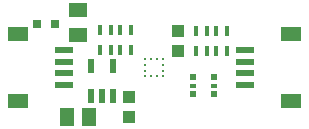
<source format=gbr>
G04 EAGLE Gerber RS-274X export*
G75*
%MOMM*%
%FSLAX34Y34*%
%LPD*%
%INSolderpaste Top*%
%IPPOS*%
%AMOC8*
5,1,8,0,0,1.08239X$1,22.5*%
G01*
%ADD10R,1.240000X1.500000*%
%ADD11R,0.550000X1.200000*%
%ADD12R,1.500000X1.200000*%
%ADD13R,1.000000X1.075000*%
%ADD14R,0.450000X0.900000*%
%ADD15R,0.500000X0.500000*%
%ADD16R,0.500000X0.400000*%
%ADD17R,1.550000X0.600000*%
%ADD18R,1.800000X1.200000*%
%ADD19R,0.800000X0.800000*%
%ADD20R,0.275000X0.250000*%
%ADD21R,0.250000X0.275000*%


D10*
X71730Y46990D03*
X52730Y46990D03*
D11*
X73050Y64469D03*
X82550Y64469D03*
X92050Y64469D03*
X92050Y90471D03*
X73050Y90471D03*
D12*
X62230Y116500D03*
X62230Y137500D03*
D13*
X147320Y103260D03*
X147320Y120260D03*
D14*
X188260Y103260D03*
X188260Y120260D03*
X179260Y103260D03*
X171260Y103260D03*
X162260Y103260D03*
X162260Y120260D03*
X179260Y120260D03*
X171260Y120260D03*
D15*
X177910Y66160D03*
D16*
X177910Y73660D03*
D15*
X177910Y81160D03*
X159910Y81160D03*
D16*
X159910Y73660D03*
D15*
X159910Y66160D03*
D17*
X203460Y83900D03*
X203460Y93900D03*
X203460Y73900D03*
X203460Y103900D03*
D18*
X242460Y60900D03*
X242460Y116900D03*
D17*
X50540Y93900D03*
X50540Y83900D03*
X50540Y103900D03*
X50540Y73900D03*
D18*
X11540Y116900D03*
X11540Y60900D03*
D19*
X28060Y125730D03*
X43060Y125730D03*
D20*
X119500Y96400D03*
X119500Y91400D03*
X119500Y86400D03*
X119500Y81400D03*
D21*
X124500Y81400D03*
X129500Y81400D03*
D20*
X134500Y81400D03*
X134500Y86400D03*
X134500Y91400D03*
X134500Y96400D03*
D21*
X129500Y96400D03*
X124500Y96400D03*
D13*
X105410Y64380D03*
X105410Y47380D03*
D14*
X80980Y120768D03*
X80980Y103768D03*
X89980Y120768D03*
X97980Y120768D03*
X106980Y120768D03*
X106980Y103768D03*
X89980Y103768D03*
X97980Y103768D03*
M02*

</source>
